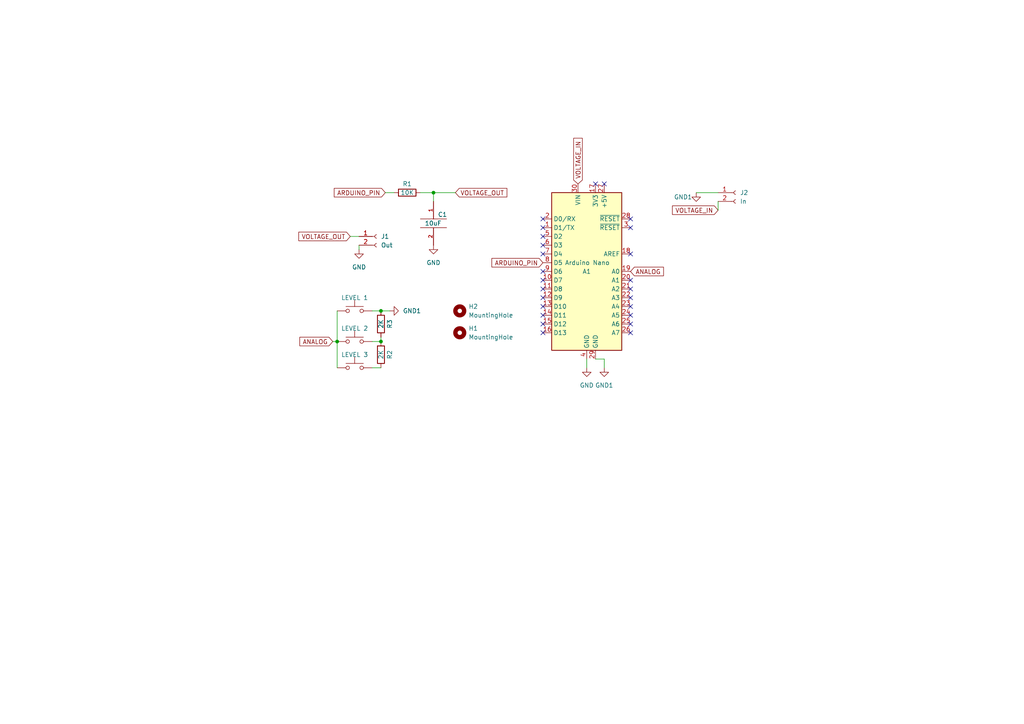
<source format=kicad_sch>
(kicad_sch (version 20211123) (generator eeschema)
  (paper "A4")
  (lib_symbols
    (symbol "Connector:Conn_01x02_Female" (pin_names (offset 1.016) hide)
      (property "Reference" "J" (at 0 2.54 0))
      (property "Value" "Conn_01x02_Female" (at 0 -5.08 0))
      (symbol "Conn_01x02_Female_1_1"
        (arc (start 0 -2.032) (mid -0.508 -2.54) (end 0 -3.048) (stroke (width 0.1524)))
        (polyline (pts (xy -1.27 -2.54) (xy -0.508 -2.54)) (stroke (width 0.1524)))
        (polyline (pts (xy -1.27 0) (xy -0.508 0)) (stroke (width 0.1524)))
        (arc (start 0 0.508) (mid -0.508 0) (end 0 -0.508) (stroke (width 0.1524)))
        (pin passive line (at -5.08 0 0) (length 3.81) (name "Pin_1") (number "1"))
        (pin passive line (at -5.08 -2.54 0) (length 3.81) (name "Pin_2") (number "2"))
      )
    )
    (symbol "Device:R" (pin_numbers hide) (pin_names (offset 0))
      (property "Reference" "R" (at 2.032 0 90))
      (property "Value" "R" (at 0 0 90))
      (symbol "R_0_1"
        (rectangle (start -1.016 -2.54) (end 1.016 2.54) (stroke (width 0.254)))
      )
      (symbol "R_1_1"
        (pin passive line (at 0 3.81 270) (length 1.27) (name "~") (number "1"))
        (pin passive line (at 0 -3.81 90) (length 1.27) (name "~") (number "2"))
      )
    )
    (symbol "MCU_Module:Arduino_Nano_v3.x"
      (property "Reference" "A" (at -10.16 23.495 0))
      (property "Value" "Arduino_Nano_v3.x" (at 5.08 -24.13 0))
      (symbol "Arduino_Nano_v3.x_0_1"
        (rectangle (start -10.16 22.86) (end 10.16 -22.86) (stroke (width 0.254)) (fill (type background)))
      )
      (symbol "Arduino_Nano_v3.x_1_1"
        (pin bidirectional line (at -12.7 12.7 0) (length 2.54) (name "D1/TX") (number "1"))
        (pin bidirectional line (at -12.7 -2.54 0) (length 2.54) (name "D7") (number "10"))
        (pin bidirectional line (at -12.7 -5.08 0) (length 2.54) (name "D8") (number "11"))
        (pin bidirectional line (at -12.7 -7.62 0) (length 2.54) (name "D9") (number "12"))
        (pin bidirectional line (at -12.7 -10.16 0) (length 2.54) (name "D10") (number "13"))
        (pin bidirectional line (at -12.7 -12.7 0) (length 2.54) (name "D11") (number "14"))
        (pin bidirectional line (at -12.7 -15.24 0) (length 2.54) (name "D12") (number "15"))
        (pin bidirectional line (at -12.7 -17.78 0) (length 2.54) (name "D13") (number "16"))
        (pin power_out line (at 2.54 25.4 270) (length 2.54) (name "3V3") (number "17"))
        (pin input line (at 12.7 5.08 180) (length 2.54) (name "AREF") (number "18"))
        (pin bidirectional line (at 12.7 0 180) (length 2.54) (name "A0") (number "19"))
        (pin bidirectional line (at -12.7 15.24 0) (length 2.54) (name "D0/RX") (number "2"))
        (pin bidirectional line (at 12.7 -2.54 180) (length 2.54) (name "A1") (number "20"))
        (pin bidirectional line (at 12.7 -5.08 180) (length 2.54) (name "A2") (number "21"))
        (pin bidirectional line (at 12.7 -7.62 180) (length 2.54) (name "A3") (number "22"))
        (pin bidirectional line (at 12.7 -10.16 180) (length 2.54) (name "A4") (number "23"))
        (pin bidirectional line (at 12.7 -12.7 180) (length 2.54) (name "A5") (number "24"))
        (pin bidirectional line (at 12.7 -15.24 180) (length 2.54) (name "A6") (number "25"))
        (pin bidirectional line (at 12.7 -17.78 180) (length 2.54) (name "A7") (number "26"))
        (pin power_out line (at 5.08 25.4 270) (length 2.54) (name "+5V") (number "27"))
        (pin input line (at 12.7 15.24 180) (length 2.54) (name "~{RESET}") (number "28"))
        (pin power_in line (at 2.54 -25.4 90) (length 2.54) (name "GND") (number "29"))
        (pin input line (at 12.7 12.7 180) (length 2.54) (name "~{RESET}") (number "3"))
        (pin power_in line (at -2.54 25.4 270) (length 2.54) (name "VIN") (number "30"))
        (pin power_in line (at 0 -25.4 90) (length 2.54) (name "GND") (number "4"))
        (pin bidirectional line (at -12.7 10.16 0) (length 2.54) (name "D2") (number "5"))
        (pin bidirectional line (at -12.7 7.62 0) (length 2.54) (name "D3") (number "6"))
        (pin bidirectional line (at -12.7 5.08 0) (length 2.54) (name "D4") (number "7"))
        (pin bidirectional line (at -12.7 2.54 0) (length 2.54) (name "D5") (number "8"))
        (pin bidirectional line (at -12.7 0 0) (length 2.54) (name "D6") (number "9"))
      )
    )
    (symbol "Mechanical:MountingHole" (pin_names (offset 1.016))
      (property "Reference" "H" (at 0 5.08 0))
      (property "Value" "MountingHole" (at 0 3.175 0))
      (symbol "MountingHole_0_1"
        (circle (center 0 0) (radius 1.27) (stroke (width 1.27)))
      )
    )
    (symbol "Switch:SW_Push" (pin_numbers hide) (pin_names (offset 1.016) hide)
      (property "Reference" "SW" (at 1.27 2.54 0))
      (property "Value" "SW_Push" (at 0 -1.524 0))
      (symbol "SW_Push_0_1"
        (circle (center -2.032 0) (radius 0.508))
        (polyline (pts (xy 0 1.27) (xy 0 3.048)))
        (polyline (pts (xy 2.54 1.27) (xy -2.54 1.27)))
        (circle (center 2.032 0) (radius 0.508))
        (pin passive line (at -5.08 0 0) (length 2.54) (name "1") (number "1"))
        (pin passive line (at 5.08 0 180) (length 2.54) (name "2") (number "2"))
      )
    )
    (symbol "power:GND" (power) (pin_names (offset 0))
      (property "Value" "GND" (at 0 -3.81 0))
      (symbol "GND_0_1"
        (polyline (pts (xy 0 0) (xy 0 -1.27) (xy 1.27 -1.27) (xy 0 -2.54) (xy -1.27 -1.27) (xy 0 -1.27)))
      )
      (symbol "GND_1_1"
        (pin power_in line (at 0 0 270) (length 0) hide (name "GND") (number "1"))
      )
    )
    (symbol "power:GND1" (power) (pin_names (offset 0))
      (property "Value" "GND1" (at 0 -3.81 0))
      (symbol "GND1_0_1"
        (polyline (pts (xy 0 0) (xy 0 -1.27) (xy 1.27 -1.27) (xy 0 -2.54) (xy -1.27 -1.27) (xy 0 -1.27)))
      )
      (symbol "GND1_1_1"
        (pin power_in line (at 0 0 270) (length 0) hide (name "GND1") (number "1"))
      )
    )
    (symbol "pspice:C" (pin_names (offset 0.254))
      (property "Reference" "C" (at 2.54 3.81 90))
      (property "Value" "C" (at 2.54 -3.81 90))
      (symbol "C_0_1"
        (polyline (pts (xy -3.81 -1.27) (xy 3.81 -1.27)))
        (polyline (pts (xy -3.81 1.27) (xy 3.81 1.27)))
      )
      (symbol "C_1_1"
        (pin passive line (at 0 6.35 270) (length 5.08) (name "~") (number "1"))
        (pin passive line (at 0 -6.35 90) (length 5.08) (name "~") (number "2"))
      )
    )
  )
  (junction (at 110.49 90.17))
  (junction (at 125.73 55.88))
  (junction (at 97.79 99.06))
  (junction (at 110.49 99.06))
  (no_connect (at 182.88 96.52))
  (no_connect (at 182.88 88.9))
  (no_connect (at 182.88 63.5))
  (no_connect (at 182.88 73.66))
  (no_connect (at 157.48 73.66))
  (no_connect (at 157.48 68.58))
  (no_connect (at 157.48 81.28))
  (no_connect (at 182.88 66.04))
  (no_connect (at 157.48 71.12))
  (no_connect (at 182.88 86.36))
  (no_connect (at 157.48 93.98))
  (no_connect (at 157.48 78.74))
  (no_connect (at 157.48 96.52))
  (no_connect (at 157.48 63.5))
  (no_connect (at 182.88 91.44))
  (no_connect (at 157.48 83.82))
  (no_connect (at 157.48 91.44))
  (no_connect (at 157.48 66.04))
  (no_connect (at 175.26 53.34))
  (no_connect (at 157.48 86.36))
  (no_connect (at 182.88 93.98))
  (no_connect (at 182.88 83.82))
  (no_connect (at 172.72 53.34))
  (no_connect (at 157.48 88.9))
  (no_connect (at 182.88 81.28))
  (wire (pts (xy 125.73 55.88) (xy 125.73 58.42)))
  (wire (pts (xy 107.95 90.17) (xy 110.49 90.17)))
  (wire (pts (xy 96.52 99.06) (xy 97.79 99.06)))
  (wire (pts (xy 170.18 104.14) (xy 170.18 106.68)))
  (wire (pts (xy 125.73 55.88) (xy 132.08 55.88)))
  (wire (pts (xy 121.92 55.88) (xy 125.73 55.88)))
  (wire (pts (xy 97.79 90.17) (xy 97.79 99.06)))
  (wire (pts (xy 110.49 97.79) (xy 110.49 99.06)))
  (wire (pts (xy 97.79 99.06) (xy 97.79 106.68)))
  (wire (pts (xy 175.26 104.14) (xy 172.72 104.14)))
  (wire (pts (xy 110.49 90.17) (xy 113.03 90.17)))
  (wire (pts (xy 111.76 55.88) (xy 114.3 55.88)))
  (wire (pts (xy 104.14 71.12) (xy 104.14 72.39)))
  (wire (pts (xy 201.93 55.88) (xy 208.28 55.88)))
  (wire (pts (xy 175.26 106.68) (xy 175.26 104.14)))
  (wire (pts (xy 107.95 106.68) (xy 110.49 106.68)))
  (wire (pts (xy 101.6 68.58) (xy 104.14 68.58)))
  (wire (pts (xy 107.95 99.06) (xy 110.49 99.06)))
  (wire (pts (xy 208.28 58.42) (xy 208.28 60.96)))
  (global_label "ARDUINO_PIN" (shape input) (at 157.48 76.2 180) (property "Intersheet References" "${INTERSHEET_REFS}" (effects hide)))
  (global_label "ANALOG" (shape input) (at 96.52 99.06 180) (property "Intersheet References" "${INTERSHEET_REFS}" (effects hide)))
  (global_label "ARDUINO_PIN" (shape input) (at 111.76 55.88 180) (property "Intersheet References" "${INTERSHEET_REFS}" (effects hide)))
  (global_label "VOLTAGE_OUT" (shape input) (at 132.08 55.88 0) (property "Intersheet References" "${INTERSHEET_REFS}" (effects hide)))
  (global_label "VOLTAGE_IN" (shape input) (at 167.64 53.34 90) (property "Intersheet References" "${INTERSHEET_REFS}" (effects hide)))
  (global_label "VOLTAGE_IN" (shape input) (at 208.28 60.96 180) (property "Intersheet References" "${INTERSHEET_REFS}" (effects hide)))
  (global_label "ANALOG" (shape input) (at 182.88 78.74 0) (property "Intersheet References" "${INTERSHEET_REFS}" (effects hide)))
  (global_label "VOLTAGE_OUT" (shape input) (at 101.6 68.58 180) (property "Intersheet References" "${INTERSHEET_REFS}" (effects hide)))
  (symbol (lib_id "Mechanical:MountingHole") (at 133.35 90.17 0) (unit 1)
    (property "Reference" "H2" (at 135.89 88.8999 0) (effects (justify left)))
    (property "Value" "MountingHole" (at 135.89 91.4399 0) (effects (justify left)))
    (property "Footprint" "MountingHole:MountingHole_3mm" (effects hide))
  )
  (symbol (lib_id "Switch:SW_Push") (at 102.87 99.06 0) (unit 1)
    (property "Reference" "SW2" (effects hide))
    (property "Value" "LEVEL 2" (at 102.87 95.25 0))
    (property "Footprint" "Button_Switch_THT:SW_PUSH_6mm" (effects hide))
  )
  (symbol (lib_id "Device:R") (at 110.49 93.98 180) (unit 1)
    (property "Reference" "R3" (at 113.03 93.98 90))
    (property "Value" "2K" (at 110.49 93.98 90))
    (property "Footprint" "Resistor_THT:R_Axial_DIN0411_L9.9mm_D3.6mm_P12.70mm_Horizontal" (effects hide))
  )
  (symbol (lib_id "MCU_Module:Arduino_Nano_v3.x") (at 170.18 78.74 0) (unit 1)
    (property "Reference" "A1" (at 168.91 78.74 0) (effects (justify left)))
    (property "Value" "Arduino Nano" (at 163.83 76.2 0) (effects (justify left)))
    (property "Footprint" "Module:Arduino_Nano" (effects hide))
    (property "Datasheet" "http://www.mouser.com/pdfdocs/Gravitech_Arduino_Nano3_0.pdf" (effects hide))
  )
  (symbol (lib_id "Switch:SW_Push") (at 102.87 90.17 0) (unit 1)
    (property "Reference" "SW1" (effects hide))
    (property "Value" "LEVEL 1" (at 102.87 86.36 0))
    (property "Footprint" "Button_Switch_THT:SW_PUSH_6mm" (effects hide))
  )
  (symbol (lib_id "Connector:Conn_01x02_Female") (at 213.36 55.88 0) (unit 1)
    (property "Reference" "J2" (at 214.63 55.8799 0) (effects (justify left)))
    (property "Value" "In" (at 214.63 58.4199 0) (effects (justify left)))
    (property "Footprint" "TerminalBlock_Phoenix:TerminalBlock_Phoenix_MKDS-1,5-2-5.08_1x02_P5.08mm_Horizontal" (effects hide))
  )
  (symbol (lib_id "power:GND") (at 125.73 71.12 0) (unit 1)
    (property "Reference" "#PWR0102" (effects hide))
    (property "Value" "GND" (at 125.73 76.2 0))
  )
  (symbol (lib_id "power:GND1") (at 113.03 90.17 90) (unit 1)
    (property "Reference" "#PWR0104" (effects hide))
    (property "Value" "GND1" (at 116.84 90.1699 90) (effects (justify right)))
  )
  (symbol (lib_id "Mechanical:MountingHole") (at 133.35 96.52 0) (unit 1)
    (property "Reference" "H1" (at 135.89 95.2499 0) (effects (justify left)))
    (property "Value" "MountingHole" (at 135.89 97.7899 0) (effects (justify left)))
    (property "Footprint" "MountingHole:MountingHole_3mm" (effects hide))
  )
  (symbol (lib_id "Switch:SW_Push") (at 102.87 106.68 0) (unit 1)
    (property "Reference" "SW3" (effects hide))
    (property "Value" "LEVEL 3" (at 102.87 102.87 0))
    (property "Footprint" "Button_Switch_THT:SW_PUSH_6mm" (effects hide))
  )
  (symbol (lib_id "Device:R") (at 110.49 102.87 180) (unit 1)
    (property "Reference" "R2" (at 113.03 102.87 90))
    (property "Value" "2K" (at 110.49 102.87 90))
    (property "Footprint" "Resistor_THT:R_Axial_DIN0411_L9.9mm_D3.6mm_P12.70mm_Horizontal" (effects hide))
  )
  (symbol (lib_id "Connector:Conn_01x02_Female") (at 109.22 68.58 0) (unit 1)
    (property "Reference" "J1" (at 110.49 68.5799 0) (effects (justify left)))
    (property "Value" "Out" (at 110.49 71.1199 0) (effects (justify left)))
    (property "Footprint" "TerminalBlock_Phoenix:TerminalBlock_Phoenix_MKDS-1,5-2-5.08_1x02_P5.08mm_Horizontal" (effects hide))
  )
  (symbol (lib_id "power:GND1") (at 201.93 55.88 0) (unit 1)
    (property "Reference" "#PWR0106" (effects hide))
    (property "Value" "GND1" (at 198.12 57.15 0))
  )
  (symbol (lib_id "power:GND") (at 170.18 106.68 0) (unit 1)
    (property "Reference" "#PWR0101" (effects hide))
    (property "Value" "GND" (at 170.18 111.76 0))
  )
  (symbol (lib_id "Device:R") (at 118.11 55.88 90) (unit 1)
    (property "Reference" "R1" (at 118.11 53.34 90))
    (property "Value" "10K" (at 118.11 55.88 90))
    (property "Footprint" "Resistor_THT:R_Axial_DIN0411_L9.9mm_D3.6mm_P12.70mm_Horizontal" (effects hide))
  )
  (symbol (lib_id "pspice:C") (at 125.73 64.77 0) (unit 1)
    (property "Reference" "C1" (at 127 62.23 0) (effects (justify left)))
    (property "Value" "10uF" (at 123.19 64.77 0) (effects (justify left)))
    (property "Footprint" "Capacitor_THT:CP_Radial_D5.0mm_P2.50mm" (effects hide))
  )
  (symbol (lib_id "power:GND1") (at 175.26 106.68 0) (unit 1)
    (property "Reference" "#PWR0105" (effects hide))
    (property "Value" "GND1" (at 175.26 111.76 0))
  )
  (symbol (lib_id "power:GND") (at 104.14 72.39 0) (unit 1)
    (property "Reference" "#PWR0103" (effects hide))
    (property "Value" "GND" (at 104.14 77.47 0))
  )
)
</source>
